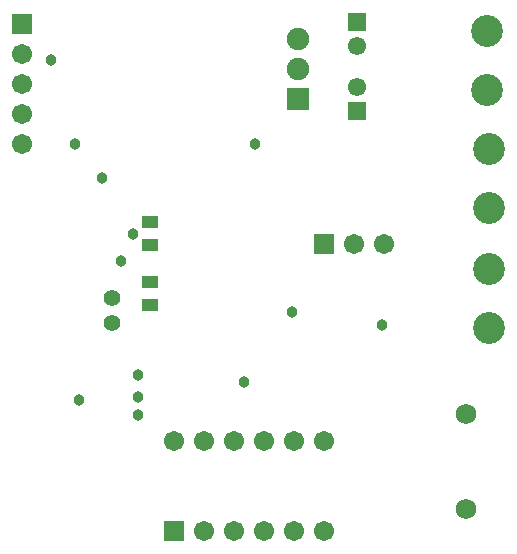
<source format=gbs>
%FSDAX24Y24*%
%MOIN*%
%SFA1B1*%

%IPPOS*%
%ADD67R,0.053300X0.043400*%
%ADD68R,0.061100X0.061100*%
%ADD69C,0.061100*%
%ADD70C,0.068000*%
%ADD71C,0.055200*%
%ADD72R,0.067100X0.067100*%
%ADD73C,0.067100*%
%ADD74C,0.067100*%
%ADD75R,0.067100X0.067100*%
%ADD76C,0.074900*%
%ADD77R,0.074900X0.074900*%
%ADD78C,0.106400*%
%ADD79R,0.067100X0.067100*%
%ADD80C,0.038000*%
%LNde-080324-1*%
%LPD*%
G54D67*
X015300Y018836D03*
Y018064D03*
Y020078D03*
Y020850D03*
G54D68*
X022200Y024556D03*
Y027500D03*
G54D69*
X022200Y025344D03*
Y026713D03*
G54D70*
X025850Y011275D03*
Y014425D03*
G54D71*
X014050Y017487D03*
Y018313D03*
G54D72*
X016100Y010550D03*
G54D73*
X017100Y010550D03*
X018100D03*
X019100D03*
X020100D03*
G54D74*
X021100Y010550D03*
X016100Y013550D03*
X017100D03*
X018100D03*
X019100D03*
X020100D03*
X021100D03*
X011050Y023450D03*
Y024450D03*
Y025450D03*
Y026450D03*
X022100Y020100D03*
X023100D03*
G54D75*
X011050Y027450D03*
G54D76*
X020250Y026950D03*
Y025950D03*
G54D77*
X020250Y024950D03*
G54D78*
X026550Y027218D03*
Y025250D03*
X026600Y021300D03*
Y023268D03*
Y017316D03*
Y019284D03*
G54D79*
X021100Y020100D03*
G54D80*
X018800Y023450D03*
X012800D03*
X023050Y017400D03*
X020050Y017850D03*
X013700Y022300D03*
X012950Y014900D03*
X014350Y019550D03*
X014750Y020450D03*
X018450Y015500D03*
X014900Y015000D03*
Y014400D03*
Y015750D03*
X012000Y026250D03*
M02*
</source>
